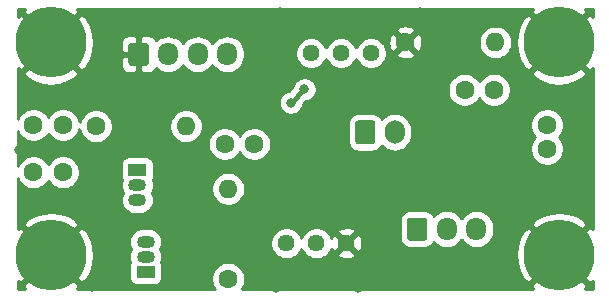
<source format=gbr>
G04 #@! TF.GenerationSoftware,KiCad,Pcbnew,(5.1.5)-3*
G04 #@! TF.CreationDate,2020-07-01T02:10:36+02:00*
G04 #@! TF.ProjectId,GermaniumFuzz,4765726d-616e-4697-956d-46757a7a2e6b,rev?*
G04 #@! TF.SameCoordinates,Original*
G04 #@! TF.FileFunction,Copper,L2,Bot*
G04 #@! TF.FilePolarity,Positive*
%FSLAX46Y46*%
G04 Gerber Fmt 4.6, Leading zero omitted, Abs format (unit mm)*
G04 Created by KiCad (PCBNEW (5.1.5)-3) date 2020-07-01 02:10:36*
%MOMM*%
%LPD*%
G04 APERTURE LIST*
%ADD10O,1.600000X1.600000*%
%ADD11C,1.600000*%
%ADD12O,1.700000X2.000000*%
%ADD13C,0.100000*%
%ADD14O,1.700000X1.950000*%
%ADD15C,0.800000*%
%ADD16C,6.000000*%
%ADD17C,1.440000*%
%ADD18R,1.500000X1.050000*%
%ADD19O,1.500000X1.050000*%
%ADD20C,0.381000*%
%ADD21C,0.254000*%
G04 APERTURE END LIST*
D10*
X92420000Y-113100000D03*
D11*
X84800000Y-113100000D03*
D12*
X110100000Y-113600000D03*
G04 #@! TA.AperFunction,ComponentPad*
D13*
G36*
X108224504Y-112601204D02*
G01*
X108248773Y-112604804D01*
X108272571Y-112610765D01*
X108295671Y-112619030D01*
X108317849Y-112629520D01*
X108338893Y-112642133D01*
X108358598Y-112656747D01*
X108376777Y-112673223D01*
X108393253Y-112691402D01*
X108407867Y-112711107D01*
X108420480Y-112732151D01*
X108430970Y-112754329D01*
X108439235Y-112777429D01*
X108445196Y-112801227D01*
X108448796Y-112825496D01*
X108450000Y-112850000D01*
X108450000Y-114350000D01*
X108448796Y-114374504D01*
X108445196Y-114398773D01*
X108439235Y-114422571D01*
X108430970Y-114445671D01*
X108420480Y-114467849D01*
X108407867Y-114488893D01*
X108393253Y-114508598D01*
X108376777Y-114526777D01*
X108358598Y-114543253D01*
X108338893Y-114557867D01*
X108317849Y-114570480D01*
X108295671Y-114580970D01*
X108272571Y-114589235D01*
X108248773Y-114595196D01*
X108224504Y-114598796D01*
X108200000Y-114600000D01*
X107000000Y-114600000D01*
X106975496Y-114598796D01*
X106951227Y-114595196D01*
X106927429Y-114589235D01*
X106904329Y-114580970D01*
X106882151Y-114570480D01*
X106861107Y-114557867D01*
X106841402Y-114543253D01*
X106823223Y-114526777D01*
X106806747Y-114508598D01*
X106792133Y-114488893D01*
X106779520Y-114467849D01*
X106769030Y-114445671D01*
X106760765Y-114422571D01*
X106754804Y-114398773D01*
X106751204Y-114374504D01*
X106750000Y-114350000D01*
X106750000Y-112850000D01*
X106751204Y-112825496D01*
X106754804Y-112801227D01*
X106760765Y-112777429D01*
X106769030Y-112754329D01*
X106779520Y-112732151D01*
X106792133Y-112711107D01*
X106806747Y-112691402D01*
X106823223Y-112673223D01*
X106841402Y-112656747D01*
X106861107Y-112642133D01*
X106882151Y-112629520D01*
X106904329Y-112619030D01*
X106927429Y-112610765D01*
X106951227Y-112604804D01*
X106975496Y-112601204D01*
X107000000Y-112600000D01*
X108200000Y-112600000D01*
X108224504Y-112601204D01*
G37*
G04 #@! TD.AperFunction*
D14*
X95900000Y-107000000D03*
X93400000Y-107000000D03*
X90900000Y-107000000D03*
G04 #@! TA.AperFunction,ComponentPad*
D13*
G36*
X89024504Y-106026204D02*
G01*
X89048773Y-106029804D01*
X89072571Y-106035765D01*
X89095671Y-106044030D01*
X89117849Y-106054520D01*
X89138893Y-106067133D01*
X89158598Y-106081747D01*
X89176777Y-106098223D01*
X89193253Y-106116402D01*
X89207867Y-106136107D01*
X89220480Y-106157151D01*
X89230970Y-106179329D01*
X89239235Y-106202429D01*
X89245196Y-106226227D01*
X89248796Y-106250496D01*
X89250000Y-106275000D01*
X89250000Y-107725000D01*
X89248796Y-107749504D01*
X89245196Y-107773773D01*
X89239235Y-107797571D01*
X89230970Y-107820671D01*
X89220480Y-107842849D01*
X89207867Y-107863893D01*
X89193253Y-107883598D01*
X89176777Y-107901777D01*
X89158598Y-107918253D01*
X89138893Y-107932867D01*
X89117849Y-107945480D01*
X89095671Y-107955970D01*
X89072571Y-107964235D01*
X89048773Y-107970196D01*
X89024504Y-107973796D01*
X89000000Y-107975000D01*
X87800000Y-107975000D01*
X87775496Y-107973796D01*
X87751227Y-107970196D01*
X87727429Y-107964235D01*
X87704329Y-107955970D01*
X87682151Y-107945480D01*
X87661107Y-107932867D01*
X87641402Y-107918253D01*
X87623223Y-107901777D01*
X87606747Y-107883598D01*
X87592133Y-107863893D01*
X87579520Y-107842849D01*
X87569030Y-107820671D01*
X87560765Y-107797571D01*
X87554804Y-107773773D01*
X87551204Y-107749504D01*
X87550000Y-107725000D01*
X87550000Y-106275000D01*
X87551204Y-106250496D01*
X87554804Y-106226227D01*
X87560765Y-106202429D01*
X87569030Y-106179329D01*
X87579520Y-106157151D01*
X87592133Y-106136107D01*
X87606747Y-106116402D01*
X87623223Y-106098223D01*
X87641402Y-106081747D01*
X87661107Y-106067133D01*
X87682151Y-106054520D01*
X87704329Y-106044030D01*
X87727429Y-106035765D01*
X87751227Y-106029804D01*
X87775496Y-106026204D01*
X87800000Y-106025000D01*
X89000000Y-106025000D01*
X89024504Y-106026204D01*
G37*
G04 #@! TD.AperFunction*
D15*
X125590990Y-122409010D03*
X124000000Y-121750000D03*
X122409010Y-122409010D03*
X121750000Y-124000000D03*
X122409010Y-125590990D03*
X124000000Y-126250000D03*
X125590990Y-125590990D03*
X126250000Y-124000000D03*
D16*
X124000000Y-124000000D03*
D15*
X125590990Y-104409010D03*
X124000000Y-103750000D03*
X122409010Y-104409010D03*
X121750000Y-106000000D03*
X122409010Y-107590990D03*
X124000000Y-108250000D03*
X125590990Y-107590990D03*
X126250000Y-106000000D03*
D16*
X124000000Y-106000000D03*
D15*
X82590990Y-104409010D03*
X81000000Y-103750000D03*
X79409010Y-104409010D03*
X78750000Y-106000000D03*
X79409010Y-107590990D03*
X81000000Y-108250000D03*
X82590990Y-107590990D03*
X83250000Y-106000000D03*
D16*
X81000000Y-106000000D03*
D15*
X82590990Y-122409010D03*
X81000000Y-121750000D03*
X79409010Y-122409010D03*
X78750000Y-124000000D03*
X79409010Y-125590990D03*
X81000000Y-126250000D03*
X82590990Y-125590990D03*
X83250000Y-124000000D03*
D16*
X81000000Y-124000000D03*
D11*
X123000000Y-113000000D03*
X123000000Y-115000000D03*
D10*
X118620000Y-106000000D03*
D11*
X111000000Y-106000000D03*
D17*
X103000000Y-106900000D03*
X105540000Y-106900000D03*
X108080000Y-106900000D03*
X106000000Y-123000000D03*
X103460000Y-123000000D03*
X100920000Y-123000000D03*
D11*
X95700000Y-114600000D03*
X98200000Y-114600000D03*
X82000000Y-117000000D03*
X79500000Y-117000000D03*
D10*
X96000000Y-118380000D03*
D11*
X96000000Y-126000000D03*
D18*
X89000000Y-125400000D03*
D19*
X89000000Y-122860000D03*
X89000000Y-124130000D03*
D18*
X88300000Y-116800000D03*
D19*
X88300000Y-119340000D03*
X88300000Y-118070000D03*
D14*
X117000000Y-121800000D03*
X114500000Y-121800000D03*
G04 #@! TA.AperFunction,ComponentPad*
D13*
G36*
X112624504Y-120826204D02*
G01*
X112648773Y-120829804D01*
X112672571Y-120835765D01*
X112695671Y-120844030D01*
X112717849Y-120854520D01*
X112738893Y-120867133D01*
X112758598Y-120881747D01*
X112776777Y-120898223D01*
X112793253Y-120916402D01*
X112807867Y-120936107D01*
X112820480Y-120957151D01*
X112830970Y-120979329D01*
X112839235Y-121002429D01*
X112845196Y-121026227D01*
X112848796Y-121050496D01*
X112850000Y-121075000D01*
X112850000Y-122525000D01*
X112848796Y-122549504D01*
X112845196Y-122573773D01*
X112839235Y-122597571D01*
X112830970Y-122620671D01*
X112820480Y-122642849D01*
X112807867Y-122663893D01*
X112793253Y-122683598D01*
X112776777Y-122701777D01*
X112758598Y-122718253D01*
X112738893Y-122732867D01*
X112717849Y-122745480D01*
X112695671Y-122755970D01*
X112672571Y-122764235D01*
X112648773Y-122770196D01*
X112624504Y-122773796D01*
X112600000Y-122775000D01*
X111400000Y-122775000D01*
X111375496Y-122773796D01*
X111351227Y-122770196D01*
X111327429Y-122764235D01*
X111304329Y-122755970D01*
X111282151Y-122745480D01*
X111261107Y-122732867D01*
X111241402Y-122718253D01*
X111223223Y-122701777D01*
X111206747Y-122683598D01*
X111192133Y-122663893D01*
X111179520Y-122642849D01*
X111169030Y-122620671D01*
X111160765Y-122597571D01*
X111154804Y-122573773D01*
X111151204Y-122549504D01*
X111150000Y-122525000D01*
X111150000Y-121075000D01*
X111151204Y-121050496D01*
X111154804Y-121026227D01*
X111160765Y-121002429D01*
X111169030Y-120979329D01*
X111179520Y-120957151D01*
X111192133Y-120936107D01*
X111206747Y-120916402D01*
X111223223Y-120898223D01*
X111241402Y-120881747D01*
X111261107Y-120867133D01*
X111282151Y-120854520D01*
X111304329Y-120844030D01*
X111327429Y-120835765D01*
X111351227Y-120829804D01*
X111375496Y-120826204D01*
X111400000Y-120825000D01*
X112600000Y-120825000D01*
X112624504Y-120826204D01*
G37*
G04 #@! TD.AperFunction*
D11*
X116000000Y-110000000D03*
X118500000Y-110000000D03*
X79500000Y-113000000D03*
X82000000Y-113000000D03*
D15*
X91500000Y-119200000D03*
X100900000Y-117000000D03*
X121500000Y-118500000D03*
X126400000Y-118400000D03*
X126400000Y-111500000D03*
X119300000Y-103500000D03*
X112200000Y-103400000D03*
X105700000Y-103500000D03*
X100400000Y-103400000D03*
X84700000Y-103600000D03*
X78300000Y-115100000D03*
X84500000Y-126700000D03*
X92700000Y-126600000D03*
X100000000Y-126800000D03*
X107000000Y-126800000D03*
X120500000Y-126400000D03*
X115000000Y-118000000D03*
X114200000Y-111600000D03*
X112400000Y-109300000D03*
X105900000Y-119400000D03*
X101200000Y-119500000D03*
X84600000Y-119600000D03*
X84300000Y-111500000D03*
X120500000Y-111400000D03*
X100300000Y-109200000D03*
X106900000Y-105700000D03*
X102500000Y-114500000D03*
X93300000Y-115900000D03*
X98800000Y-119800000D03*
X101300000Y-111100000D03*
X102451006Y-109963112D03*
D20*
X102436888Y-109963112D02*
X102451006Y-109963112D01*
X101300000Y-111100000D02*
X102436888Y-109963112D01*
D21*
G36*
X78620919Y-103441314D02*
G01*
X81000000Y-105820395D01*
X83379081Y-103441314D01*
X83177509Y-103160000D01*
X121822491Y-103160000D01*
X121620919Y-103441314D01*
X124000000Y-105820395D01*
X126379081Y-103441314D01*
X126177509Y-103160000D01*
X126840000Y-103160000D01*
X126840000Y-103822491D01*
X126558686Y-103620919D01*
X124179605Y-106000000D01*
X126558686Y-108379081D01*
X126840000Y-108177509D01*
X126840001Y-121822492D01*
X126558686Y-121620919D01*
X124179605Y-124000000D01*
X126558686Y-126379081D01*
X126840001Y-126177508D01*
X126840001Y-126840000D01*
X126177509Y-126840000D01*
X126379081Y-126558686D01*
X124000000Y-124179605D01*
X121620919Y-126558686D01*
X121822491Y-126840000D01*
X97164589Y-126840000D01*
X97271680Y-126679727D01*
X97379853Y-126418574D01*
X97435000Y-126141335D01*
X97435000Y-125858665D01*
X97379853Y-125581426D01*
X97271680Y-125320273D01*
X97114637Y-125085241D01*
X96914759Y-124885363D01*
X96679727Y-124728320D01*
X96418574Y-124620147D01*
X96141335Y-124565000D01*
X95858665Y-124565000D01*
X95581426Y-124620147D01*
X95320273Y-124728320D01*
X95085241Y-124885363D01*
X94885363Y-125085241D01*
X94728320Y-125320273D01*
X94620147Y-125581426D01*
X94565000Y-125858665D01*
X94565000Y-126141335D01*
X94620147Y-126418574D01*
X94728320Y-126679727D01*
X94835411Y-126840000D01*
X83177509Y-126840000D01*
X83379081Y-126558686D01*
X81000000Y-124179605D01*
X78620919Y-126558686D01*
X78822491Y-126840000D01*
X78160000Y-126840000D01*
X78160000Y-126177509D01*
X78441314Y-126379081D01*
X80820395Y-124000000D01*
X81179605Y-124000000D01*
X83558686Y-126379081D01*
X84027868Y-126042894D01*
X84368237Y-125412932D01*
X84579166Y-124728673D01*
X84652550Y-124016411D01*
X84585569Y-123303518D01*
X84453203Y-122860000D01*
X87609388Y-122860000D01*
X87631785Y-123087400D01*
X87698115Y-123306060D01*
X87799105Y-123495000D01*
X87698115Y-123683940D01*
X87631785Y-123902600D01*
X87609388Y-124130000D01*
X87631785Y-124357400D01*
X87695093Y-124566098D01*
X87660498Y-124630820D01*
X87624188Y-124750518D01*
X87611928Y-124875000D01*
X87611928Y-125925000D01*
X87624188Y-126049482D01*
X87660498Y-126169180D01*
X87719463Y-126279494D01*
X87798815Y-126376185D01*
X87895506Y-126455537D01*
X88005820Y-126514502D01*
X88125518Y-126550812D01*
X88250000Y-126563072D01*
X89750000Y-126563072D01*
X89874482Y-126550812D01*
X89994180Y-126514502D01*
X90104494Y-126455537D01*
X90201185Y-126376185D01*
X90280537Y-126279494D01*
X90339502Y-126169180D01*
X90375812Y-126049482D01*
X90388072Y-125925000D01*
X90388072Y-124875000D01*
X90375812Y-124750518D01*
X90339502Y-124630820D01*
X90304907Y-124566098D01*
X90368215Y-124357400D01*
X90390612Y-124130000D01*
X90368215Y-123902600D01*
X90301885Y-123683940D01*
X90200895Y-123495000D01*
X90301885Y-123306060D01*
X90368215Y-123087400D01*
X90389967Y-122866544D01*
X99565000Y-122866544D01*
X99565000Y-123133456D01*
X99617072Y-123395239D01*
X99719215Y-123641833D01*
X99867503Y-123863762D01*
X100056238Y-124052497D01*
X100278167Y-124200785D01*
X100524761Y-124302928D01*
X100786544Y-124355000D01*
X101053456Y-124355000D01*
X101315239Y-124302928D01*
X101561833Y-124200785D01*
X101783762Y-124052497D01*
X101972497Y-123863762D01*
X102120785Y-123641833D01*
X102190000Y-123474734D01*
X102259215Y-123641833D01*
X102407503Y-123863762D01*
X102596238Y-124052497D01*
X102818167Y-124200785D01*
X103064761Y-124302928D01*
X103326544Y-124355000D01*
X103593456Y-124355000D01*
X103855239Y-124302928D01*
X104101833Y-124200785D01*
X104323762Y-124052497D01*
X104440699Y-123935560D01*
X105244045Y-123935560D01*
X105305932Y-124171368D01*
X105547790Y-124284266D01*
X105807027Y-124347811D01*
X106073680Y-124359561D01*
X106337501Y-124319063D01*
X106588353Y-124227875D01*
X106694068Y-124171368D01*
X106743349Y-123983589D01*
X120347450Y-123983589D01*
X120414431Y-124696482D01*
X120619204Y-125382609D01*
X120953898Y-126015603D01*
X120972132Y-126042894D01*
X121441314Y-126379081D01*
X123820395Y-124000000D01*
X121441314Y-121620919D01*
X120972132Y-121957106D01*
X120631763Y-122587068D01*
X120420834Y-123271327D01*
X120347450Y-123983589D01*
X106743349Y-123983589D01*
X106755955Y-123935560D01*
X106000000Y-123179605D01*
X105244045Y-123935560D01*
X104440699Y-123935560D01*
X104512497Y-123863762D01*
X104660785Y-123641833D01*
X104730438Y-123473676D01*
X104772125Y-123588353D01*
X104828632Y-123694068D01*
X105064440Y-123755955D01*
X105820395Y-123000000D01*
X106179605Y-123000000D01*
X106935560Y-123755955D01*
X107171368Y-123694068D01*
X107284266Y-123452210D01*
X107347811Y-123192973D01*
X107359561Y-122926320D01*
X107319063Y-122662499D01*
X107227875Y-122411647D01*
X107171368Y-122305932D01*
X106935560Y-122244045D01*
X106179605Y-123000000D01*
X105820395Y-123000000D01*
X105064440Y-122244045D01*
X104828632Y-122305932D01*
X104728236Y-122521007D01*
X104660785Y-122358167D01*
X104512497Y-122136238D01*
X104440699Y-122064440D01*
X105244045Y-122064440D01*
X106000000Y-122820395D01*
X106755955Y-122064440D01*
X106694068Y-121828632D01*
X106452210Y-121715734D01*
X106192973Y-121652189D01*
X105926320Y-121640439D01*
X105662499Y-121680937D01*
X105411647Y-121772125D01*
X105305932Y-121828632D01*
X105244045Y-122064440D01*
X104440699Y-122064440D01*
X104323762Y-121947503D01*
X104101833Y-121799215D01*
X103855239Y-121697072D01*
X103593456Y-121645000D01*
X103326544Y-121645000D01*
X103064761Y-121697072D01*
X102818167Y-121799215D01*
X102596238Y-121947503D01*
X102407503Y-122136238D01*
X102259215Y-122358167D01*
X102190000Y-122525266D01*
X102120785Y-122358167D01*
X101972497Y-122136238D01*
X101783762Y-121947503D01*
X101561833Y-121799215D01*
X101315239Y-121697072D01*
X101053456Y-121645000D01*
X100786544Y-121645000D01*
X100524761Y-121697072D01*
X100278167Y-121799215D01*
X100056238Y-121947503D01*
X99867503Y-122136238D01*
X99719215Y-122358167D01*
X99617072Y-122604761D01*
X99565000Y-122866544D01*
X90389967Y-122866544D01*
X90390612Y-122860000D01*
X90368215Y-122632600D01*
X90301885Y-122413940D01*
X90194171Y-122212421D01*
X90049212Y-122035788D01*
X89872579Y-121890829D01*
X89671060Y-121783115D01*
X89452400Y-121716785D01*
X89281979Y-121700000D01*
X88718021Y-121700000D01*
X88547600Y-121716785D01*
X88328940Y-121783115D01*
X88127421Y-121890829D01*
X87950788Y-122035788D01*
X87805829Y-122212421D01*
X87698115Y-122413940D01*
X87631785Y-122632600D01*
X87609388Y-122860000D01*
X84453203Y-122860000D01*
X84380796Y-122617391D01*
X84046102Y-121984397D01*
X84027868Y-121957106D01*
X83558686Y-121620919D01*
X81179605Y-124000000D01*
X80820395Y-124000000D01*
X78441314Y-121620919D01*
X78160000Y-121822491D01*
X78160000Y-121441314D01*
X78620919Y-121441314D01*
X81000000Y-123820395D01*
X83379081Y-121441314D01*
X83116603Y-121075000D01*
X110511928Y-121075000D01*
X110511928Y-122525000D01*
X110528992Y-122698254D01*
X110579528Y-122864850D01*
X110661595Y-123018386D01*
X110772038Y-123152962D01*
X110906614Y-123263405D01*
X111060150Y-123345472D01*
X111226746Y-123396008D01*
X111400000Y-123413072D01*
X112600000Y-123413072D01*
X112773254Y-123396008D01*
X112939850Y-123345472D01*
X113093386Y-123263405D01*
X113227962Y-123152962D01*
X113338405Y-123018386D01*
X113392777Y-122916663D01*
X113444866Y-122980134D01*
X113670987Y-123165706D01*
X113928967Y-123303599D01*
X114208890Y-123388513D01*
X114500000Y-123417185D01*
X114791111Y-123388513D01*
X115071034Y-123303599D01*
X115329014Y-123165706D01*
X115555134Y-122980134D01*
X115740706Y-122754014D01*
X115750000Y-122736626D01*
X115759294Y-122754014D01*
X115944866Y-122980134D01*
X116170987Y-123165706D01*
X116428967Y-123303599D01*
X116708890Y-123388513D01*
X117000000Y-123417185D01*
X117291111Y-123388513D01*
X117571034Y-123303599D01*
X117829014Y-123165706D01*
X118055134Y-122980134D01*
X118240706Y-122754014D01*
X118378599Y-122496033D01*
X118463513Y-122216110D01*
X118485000Y-121997949D01*
X118485000Y-121602050D01*
X118469169Y-121441314D01*
X121620919Y-121441314D01*
X124000000Y-123820395D01*
X126379081Y-121441314D01*
X126042894Y-120972132D01*
X125412932Y-120631763D01*
X124728673Y-120420834D01*
X124016411Y-120347450D01*
X123303518Y-120414431D01*
X122617391Y-120619204D01*
X121984397Y-120953898D01*
X121957106Y-120972132D01*
X121620919Y-121441314D01*
X118469169Y-121441314D01*
X118463513Y-121383889D01*
X118378599Y-121103966D01*
X118240706Y-120845986D01*
X118055134Y-120619866D01*
X117829013Y-120434294D01*
X117571033Y-120296401D01*
X117291110Y-120211487D01*
X117000000Y-120182815D01*
X116708889Y-120211487D01*
X116428966Y-120296401D01*
X116170986Y-120434294D01*
X115944866Y-120619866D01*
X115759294Y-120845987D01*
X115750000Y-120863374D01*
X115740706Y-120845986D01*
X115555134Y-120619866D01*
X115329013Y-120434294D01*
X115071033Y-120296401D01*
X114791110Y-120211487D01*
X114500000Y-120182815D01*
X114208889Y-120211487D01*
X113928966Y-120296401D01*
X113670986Y-120434294D01*
X113444866Y-120619866D01*
X113392777Y-120683337D01*
X113338405Y-120581614D01*
X113227962Y-120447038D01*
X113093386Y-120336595D01*
X112939850Y-120254528D01*
X112773254Y-120203992D01*
X112600000Y-120186928D01*
X111400000Y-120186928D01*
X111226746Y-120203992D01*
X111060150Y-120254528D01*
X110906614Y-120336595D01*
X110772038Y-120447038D01*
X110661595Y-120581614D01*
X110579528Y-120735150D01*
X110528992Y-120901746D01*
X110511928Y-121075000D01*
X83116603Y-121075000D01*
X83042894Y-120972132D01*
X82412932Y-120631763D01*
X81728673Y-120420834D01*
X81016411Y-120347450D01*
X80303518Y-120414431D01*
X79617391Y-120619204D01*
X78984397Y-120953898D01*
X78957106Y-120972132D01*
X78620919Y-121441314D01*
X78160000Y-121441314D01*
X78160000Y-117514788D01*
X78228320Y-117679727D01*
X78385363Y-117914759D01*
X78585241Y-118114637D01*
X78820273Y-118271680D01*
X79081426Y-118379853D01*
X79358665Y-118435000D01*
X79641335Y-118435000D01*
X79918574Y-118379853D01*
X80179727Y-118271680D01*
X80414759Y-118114637D01*
X80614637Y-117914759D01*
X80750000Y-117712173D01*
X80885363Y-117914759D01*
X81085241Y-118114637D01*
X81320273Y-118271680D01*
X81581426Y-118379853D01*
X81858665Y-118435000D01*
X82141335Y-118435000D01*
X82418574Y-118379853D01*
X82679727Y-118271680D01*
X82914759Y-118114637D01*
X82959396Y-118070000D01*
X86909388Y-118070000D01*
X86931785Y-118297400D01*
X86998115Y-118516060D01*
X87099105Y-118705000D01*
X86998115Y-118893940D01*
X86931785Y-119112600D01*
X86909388Y-119340000D01*
X86931785Y-119567400D01*
X86998115Y-119786060D01*
X87105829Y-119987579D01*
X87250788Y-120164212D01*
X87427421Y-120309171D01*
X87628940Y-120416885D01*
X87847600Y-120483215D01*
X88018021Y-120500000D01*
X88581979Y-120500000D01*
X88752400Y-120483215D01*
X88971060Y-120416885D01*
X89172579Y-120309171D01*
X89349212Y-120164212D01*
X89494171Y-119987579D01*
X89601885Y-119786060D01*
X89668215Y-119567400D01*
X89690612Y-119340000D01*
X89668215Y-119112600D01*
X89601885Y-118893940D01*
X89500895Y-118705000D01*
X89601885Y-118516060D01*
X89668215Y-118297400D01*
X89673999Y-118238665D01*
X94565000Y-118238665D01*
X94565000Y-118521335D01*
X94620147Y-118798574D01*
X94728320Y-119059727D01*
X94885363Y-119294759D01*
X95085241Y-119494637D01*
X95320273Y-119651680D01*
X95581426Y-119759853D01*
X95858665Y-119815000D01*
X96141335Y-119815000D01*
X96418574Y-119759853D01*
X96679727Y-119651680D01*
X96914759Y-119494637D01*
X97114637Y-119294759D01*
X97271680Y-119059727D01*
X97379853Y-118798574D01*
X97435000Y-118521335D01*
X97435000Y-118238665D01*
X97379853Y-117961426D01*
X97271680Y-117700273D01*
X97114637Y-117465241D01*
X96914759Y-117265363D01*
X96679727Y-117108320D01*
X96418574Y-117000147D01*
X96141335Y-116945000D01*
X95858665Y-116945000D01*
X95581426Y-117000147D01*
X95320273Y-117108320D01*
X95085241Y-117265363D01*
X94885363Y-117465241D01*
X94728320Y-117700273D01*
X94620147Y-117961426D01*
X94565000Y-118238665D01*
X89673999Y-118238665D01*
X89690612Y-118070000D01*
X89668215Y-117842600D01*
X89604907Y-117633902D01*
X89639502Y-117569180D01*
X89675812Y-117449482D01*
X89688072Y-117325000D01*
X89688072Y-116275000D01*
X89675812Y-116150518D01*
X89639502Y-116030820D01*
X89580537Y-115920506D01*
X89501185Y-115823815D01*
X89404494Y-115744463D01*
X89294180Y-115685498D01*
X89174482Y-115649188D01*
X89050000Y-115636928D01*
X87550000Y-115636928D01*
X87425518Y-115649188D01*
X87305820Y-115685498D01*
X87195506Y-115744463D01*
X87098815Y-115823815D01*
X87019463Y-115920506D01*
X86960498Y-116030820D01*
X86924188Y-116150518D01*
X86911928Y-116275000D01*
X86911928Y-117325000D01*
X86924188Y-117449482D01*
X86960498Y-117569180D01*
X86995093Y-117633902D01*
X86931785Y-117842600D01*
X86909388Y-118070000D01*
X82959396Y-118070000D01*
X83114637Y-117914759D01*
X83271680Y-117679727D01*
X83379853Y-117418574D01*
X83435000Y-117141335D01*
X83435000Y-116858665D01*
X83379853Y-116581426D01*
X83271680Y-116320273D01*
X83114637Y-116085241D01*
X82914759Y-115885363D01*
X82679727Y-115728320D01*
X82418574Y-115620147D01*
X82141335Y-115565000D01*
X81858665Y-115565000D01*
X81581426Y-115620147D01*
X81320273Y-115728320D01*
X81085241Y-115885363D01*
X80885363Y-116085241D01*
X80750000Y-116287827D01*
X80614637Y-116085241D01*
X80414759Y-115885363D01*
X80179727Y-115728320D01*
X79918574Y-115620147D01*
X79641335Y-115565000D01*
X79358665Y-115565000D01*
X79081426Y-115620147D01*
X78820273Y-115728320D01*
X78585241Y-115885363D01*
X78385363Y-116085241D01*
X78228320Y-116320273D01*
X78160000Y-116485212D01*
X78160000Y-113514788D01*
X78228320Y-113679727D01*
X78385363Y-113914759D01*
X78585241Y-114114637D01*
X78820273Y-114271680D01*
X79081426Y-114379853D01*
X79358665Y-114435000D01*
X79641335Y-114435000D01*
X79918574Y-114379853D01*
X80179727Y-114271680D01*
X80414759Y-114114637D01*
X80614637Y-113914759D01*
X80750000Y-113712173D01*
X80885363Y-113914759D01*
X81085241Y-114114637D01*
X81320273Y-114271680D01*
X81581426Y-114379853D01*
X81858665Y-114435000D01*
X82141335Y-114435000D01*
X82418574Y-114379853D01*
X82679727Y-114271680D01*
X82914759Y-114114637D01*
X83114637Y-113914759D01*
X83271680Y-113679727D01*
X83379853Y-113418574D01*
X83390054Y-113367290D01*
X83420147Y-113518574D01*
X83528320Y-113779727D01*
X83685363Y-114014759D01*
X83885241Y-114214637D01*
X84120273Y-114371680D01*
X84381426Y-114479853D01*
X84658665Y-114535000D01*
X84941335Y-114535000D01*
X85218574Y-114479853D01*
X85479727Y-114371680D01*
X85714759Y-114214637D01*
X85914637Y-114014759D01*
X86071680Y-113779727D01*
X86179853Y-113518574D01*
X86235000Y-113241335D01*
X86235000Y-112958665D01*
X90985000Y-112958665D01*
X90985000Y-113241335D01*
X91040147Y-113518574D01*
X91148320Y-113779727D01*
X91305363Y-114014759D01*
X91505241Y-114214637D01*
X91740273Y-114371680D01*
X92001426Y-114479853D01*
X92278665Y-114535000D01*
X92561335Y-114535000D01*
X92838574Y-114479853D01*
X92889726Y-114458665D01*
X94265000Y-114458665D01*
X94265000Y-114741335D01*
X94320147Y-115018574D01*
X94428320Y-115279727D01*
X94585363Y-115514759D01*
X94785241Y-115714637D01*
X95020273Y-115871680D01*
X95281426Y-115979853D01*
X95558665Y-116035000D01*
X95841335Y-116035000D01*
X96118574Y-115979853D01*
X96379727Y-115871680D01*
X96614759Y-115714637D01*
X96814637Y-115514759D01*
X96950000Y-115312173D01*
X97085363Y-115514759D01*
X97285241Y-115714637D01*
X97520273Y-115871680D01*
X97781426Y-115979853D01*
X98058665Y-116035000D01*
X98341335Y-116035000D01*
X98618574Y-115979853D01*
X98879727Y-115871680D01*
X99114759Y-115714637D01*
X99314637Y-115514759D01*
X99471680Y-115279727D01*
X99579853Y-115018574D01*
X99635000Y-114741335D01*
X99635000Y-114458665D01*
X99579853Y-114181426D01*
X99471680Y-113920273D01*
X99314637Y-113685241D01*
X99114759Y-113485363D01*
X98879727Y-113328320D01*
X98618574Y-113220147D01*
X98341335Y-113165000D01*
X98058665Y-113165000D01*
X97781426Y-113220147D01*
X97520273Y-113328320D01*
X97285241Y-113485363D01*
X97085363Y-113685241D01*
X96950000Y-113887827D01*
X96814637Y-113685241D01*
X96614759Y-113485363D01*
X96379727Y-113328320D01*
X96118574Y-113220147D01*
X95841335Y-113165000D01*
X95558665Y-113165000D01*
X95281426Y-113220147D01*
X95020273Y-113328320D01*
X94785241Y-113485363D01*
X94585363Y-113685241D01*
X94428320Y-113920273D01*
X94320147Y-114181426D01*
X94265000Y-114458665D01*
X92889726Y-114458665D01*
X93099727Y-114371680D01*
X93334759Y-114214637D01*
X93534637Y-114014759D01*
X93691680Y-113779727D01*
X93799853Y-113518574D01*
X93855000Y-113241335D01*
X93855000Y-112958665D01*
X93833385Y-112850000D01*
X106111928Y-112850000D01*
X106111928Y-114350000D01*
X106128992Y-114523254D01*
X106179528Y-114689850D01*
X106261595Y-114843386D01*
X106372038Y-114977962D01*
X106506614Y-115088405D01*
X106660150Y-115170472D01*
X106826746Y-115221008D01*
X107000000Y-115238072D01*
X108200000Y-115238072D01*
X108373254Y-115221008D01*
X108539850Y-115170472D01*
X108693386Y-115088405D01*
X108827962Y-114977962D01*
X108938405Y-114843386D01*
X108992777Y-114741663D01*
X109044866Y-114805134D01*
X109270987Y-114990706D01*
X109528967Y-115128599D01*
X109808890Y-115213513D01*
X110100000Y-115242185D01*
X110391111Y-115213513D01*
X110671034Y-115128599D01*
X110929014Y-114990706D01*
X111155134Y-114805134D01*
X111340706Y-114579014D01*
X111478599Y-114321033D01*
X111563513Y-114041110D01*
X111585000Y-113822949D01*
X111585000Y-113377050D01*
X111563513Y-113158889D01*
X111478599Y-112878966D01*
X111467748Y-112858665D01*
X121565000Y-112858665D01*
X121565000Y-113141335D01*
X121620147Y-113418574D01*
X121728320Y-113679727D01*
X121885363Y-113914759D01*
X121970604Y-114000000D01*
X121885363Y-114085241D01*
X121728320Y-114320273D01*
X121620147Y-114581426D01*
X121565000Y-114858665D01*
X121565000Y-115141335D01*
X121620147Y-115418574D01*
X121728320Y-115679727D01*
X121885363Y-115914759D01*
X122085241Y-116114637D01*
X122320273Y-116271680D01*
X122581426Y-116379853D01*
X122858665Y-116435000D01*
X123141335Y-116435000D01*
X123418574Y-116379853D01*
X123679727Y-116271680D01*
X123914759Y-116114637D01*
X124114637Y-115914759D01*
X124271680Y-115679727D01*
X124379853Y-115418574D01*
X124435000Y-115141335D01*
X124435000Y-114858665D01*
X124379853Y-114581426D01*
X124271680Y-114320273D01*
X124114637Y-114085241D01*
X124029396Y-114000000D01*
X124114637Y-113914759D01*
X124271680Y-113679727D01*
X124379853Y-113418574D01*
X124435000Y-113141335D01*
X124435000Y-112858665D01*
X124379853Y-112581426D01*
X124271680Y-112320273D01*
X124114637Y-112085241D01*
X123914759Y-111885363D01*
X123679727Y-111728320D01*
X123418574Y-111620147D01*
X123141335Y-111565000D01*
X122858665Y-111565000D01*
X122581426Y-111620147D01*
X122320273Y-111728320D01*
X122085241Y-111885363D01*
X121885363Y-112085241D01*
X121728320Y-112320273D01*
X121620147Y-112581426D01*
X121565000Y-112858665D01*
X111467748Y-112858665D01*
X111340706Y-112620986D01*
X111155134Y-112394866D01*
X110929013Y-112209294D01*
X110671033Y-112071401D01*
X110391110Y-111986487D01*
X110100000Y-111957815D01*
X109808889Y-111986487D01*
X109528966Y-112071401D01*
X109270986Y-112209294D01*
X109044866Y-112394866D01*
X108992777Y-112458337D01*
X108938405Y-112356614D01*
X108827962Y-112222038D01*
X108693386Y-112111595D01*
X108539850Y-112029528D01*
X108373254Y-111978992D01*
X108200000Y-111961928D01*
X107000000Y-111961928D01*
X106826746Y-111978992D01*
X106660150Y-112029528D01*
X106506614Y-112111595D01*
X106372038Y-112222038D01*
X106261595Y-112356614D01*
X106179528Y-112510150D01*
X106128992Y-112676746D01*
X106111928Y-112850000D01*
X93833385Y-112850000D01*
X93799853Y-112681426D01*
X93691680Y-112420273D01*
X93534637Y-112185241D01*
X93334759Y-111985363D01*
X93099727Y-111828320D01*
X92838574Y-111720147D01*
X92561335Y-111665000D01*
X92278665Y-111665000D01*
X92001426Y-111720147D01*
X91740273Y-111828320D01*
X91505241Y-111985363D01*
X91305363Y-112185241D01*
X91148320Y-112420273D01*
X91040147Y-112681426D01*
X90985000Y-112958665D01*
X86235000Y-112958665D01*
X86179853Y-112681426D01*
X86071680Y-112420273D01*
X85914637Y-112185241D01*
X85714759Y-111985363D01*
X85479727Y-111828320D01*
X85218574Y-111720147D01*
X84941335Y-111665000D01*
X84658665Y-111665000D01*
X84381426Y-111720147D01*
X84120273Y-111828320D01*
X83885241Y-111985363D01*
X83685363Y-112185241D01*
X83528320Y-112420273D01*
X83420147Y-112681426D01*
X83409946Y-112732710D01*
X83379853Y-112581426D01*
X83271680Y-112320273D01*
X83114637Y-112085241D01*
X82914759Y-111885363D01*
X82679727Y-111728320D01*
X82418574Y-111620147D01*
X82141335Y-111565000D01*
X81858665Y-111565000D01*
X81581426Y-111620147D01*
X81320273Y-111728320D01*
X81085241Y-111885363D01*
X80885363Y-112085241D01*
X80750000Y-112287827D01*
X80614637Y-112085241D01*
X80414759Y-111885363D01*
X80179727Y-111728320D01*
X79918574Y-111620147D01*
X79641335Y-111565000D01*
X79358665Y-111565000D01*
X79081426Y-111620147D01*
X78820273Y-111728320D01*
X78585241Y-111885363D01*
X78385363Y-112085241D01*
X78228320Y-112320273D01*
X78160000Y-112485212D01*
X78160000Y-110998061D01*
X100265000Y-110998061D01*
X100265000Y-111201939D01*
X100304774Y-111401898D01*
X100382795Y-111590256D01*
X100496063Y-111759774D01*
X100640226Y-111903937D01*
X100809744Y-112017205D01*
X100998102Y-112095226D01*
X101198061Y-112135000D01*
X101401939Y-112135000D01*
X101601898Y-112095226D01*
X101790256Y-112017205D01*
X101959774Y-111903937D01*
X102103937Y-111759774D01*
X102217205Y-111590256D01*
X102295226Y-111401898D01*
X102327428Y-111240004D01*
X102573387Y-110994046D01*
X102752904Y-110958338D01*
X102941262Y-110880317D01*
X103110780Y-110767049D01*
X103254943Y-110622886D01*
X103368211Y-110453368D01*
X103446232Y-110265010D01*
X103486006Y-110065051D01*
X103486006Y-109861173D01*
X103485508Y-109858665D01*
X114565000Y-109858665D01*
X114565000Y-110141335D01*
X114620147Y-110418574D01*
X114728320Y-110679727D01*
X114885363Y-110914759D01*
X115085241Y-111114637D01*
X115320273Y-111271680D01*
X115581426Y-111379853D01*
X115858665Y-111435000D01*
X116141335Y-111435000D01*
X116418574Y-111379853D01*
X116679727Y-111271680D01*
X116914759Y-111114637D01*
X117114637Y-110914759D01*
X117250000Y-110712173D01*
X117385363Y-110914759D01*
X117585241Y-111114637D01*
X117820273Y-111271680D01*
X118081426Y-111379853D01*
X118358665Y-111435000D01*
X118641335Y-111435000D01*
X118918574Y-111379853D01*
X119179727Y-111271680D01*
X119414759Y-111114637D01*
X119614637Y-110914759D01*
X119771680Y-110679727D01*
X119879853Y-110418574D01*
X119935000Y-110141335D01*
X119935000Y-109858665D01*
X119879853Y-109581426D01*
X119771680Y-109320273D01*
X119614637Y-109085241D01*
X119414759Y-108885363D01*
X119179727Y-108728320D01*
X118918574Y-108620147D01*
X118641335Y-108565000D01*
X118358665Y-108565000D01*
X118081426Y-108620147D01*
X117820273Y-108728320D01*
X117585241Y-108885363D01*
X117385363Y-109085241D01*
X117250000Y-109287827D01*
X117114637Y-109085241D01*
X116914759Y-108885363D01*
X116679727Y-108728320D01*
X116418574Y-108620147D01*
X116141335Y-108565000D01*
X115858665Y-108565000D01*
X115581426Y-108620147D01*
X115320273Y-108728320D01*
X115085241Y-108885363D01*
X114885363Y-109085241D01*
X114728320Y-109320273D01*
X114620147Y-109581426D01*
X114565000Y-109858665D01*
X103485508Y-109858665D01*
X103446232Y-109661214D01*
X103368211Y-109472856D01*
X103254943Y-109303338D01*
X103110780Y-109159175D01*
X102941262Y-109045907D01*
X102752904Y-108967886D01*
X102552945Y-108928112D01*
X102349067Y-108928112D01*
X102149108Y-108967886D01*
X101960750Y-109045907D01*
X101791232Y-109159175D01*
X101647069Y-109303338D01*
X101533801Y-109472856D01*
X101455780Y-109661214D01*
X101427083Y-109805484D01*
X101159996Y-110072572D01*
X100998102Y-110104774D01*
X100809744Y-110182795D01*
X100640226Y-110296063D01*
X100496063Y-110440226D01*
X100382795Y-110609744D01*
X100304774Y-110798102D01*
X100265000Y-110998061D01*
X78160000Y-110998061D01*
X78160000Y-108558686D01*
X78620919Y-108558686D01*
X78957106Y-109027868D01*
X79587068Y-109368237D01*
X80271327Y-109579166D01*
X80983589Y-109652550D01*
X81696482Y-109585569D01*
X82382609Y-109380796D01*
X83015603Y-109046102D01*
X83042894Y-109027868D01*
X83379081Y-108558686D01*
X81000000Y-106179605D01*
X78620919Y-108558686D01*
X78160000Y-108558686D01*
X78160000Y-108177509D01*
X78441314Y-108379081D01*
X80820395Y-106000000D01*
X81179605Y-106000000D01*
X83558686Y-108379081D01*
X84027868Y-108042894D01*
X84064551Y-107975000D01*
X86911928Y-107975000D01*
X86924188Y-108099482D01*
X86960498Y-108219180D01*
X87019463Y-108329494D01*
X87098815Y-108426185D01*
X87195506Y-108505537D01*
X87305820Y-108564502D01*
X87425518Y-108600812D01*
X87550000Y-108613072D01*
X88114250Y-108610000D01*
X88273000Y-108451250D01*
X88273000Y-107127000D01*
X87073750Y-107127000D01*
X86915000Y-107285750D01*
X86911928Y-107975000D01*
X84064551Y-107975000D01*
X84368237Y-107412932D01*
X84579166Y-106728673D01*
X84651665Y-106025000D01*
X86911928Y-106025000D01*
X86915000Y-106714250D01*
X87073750Y-106873000D01*
X88273000Y-106873000D01*
X88273000Y-105548750D01*
X88527000Y-105548750D01*
X88527000Y-106873000D01*
X88547000Y-106873000D01*
X88547000Y-107127000D01*
X88527000Y-107127000D01*
X88527000Y-108451250D01*
X88685750Y-108610000D01*
X89250000Y-108613072D01*
X89374482Y-108600812D01*
X89494180Y-108564502D01*
X89604494Y-108505537D01*
X89701185Y-108426185D01*
X89780537Y-108329494D01*
X89839502Y-108219180D01*
X89850055Y-108184392D01*
X90070987Y-108365706D01*
X90328967Y-108503599D01*
X90608890Y-108588513D01*
X90900000Y-108617185D01*
X91191111Y-108588513D01*
X91471034Y-108503599D01*
X91729014Y-108365706D01*
X91955134Y-108180134D01*
X92140706Y-107954014D01*
X92150000Y-107936626D01*
X92159294Y-107954014D01*
X92344866Y-108180134D01*
X92570987Y-108365706D01*
X92828967Y-108503599D01*
X93108890Y-108588513D01*
X93400000Y-108617185D01*
X93691111Y-108588513D01*
X93971034Y-108503599D01*
X94229014Y-108365706D01*
X94455134Y-108180134D01*
X94640706Y-107954014D01*
X94650000Y-107936626D01*
X94659294Y-107954014D01*
X94844866Y-108180134D01*
X95070987Y-108365706D01*
X95328967Y-108503599D01*
X95608890Y-108588513D01*
X95900000Y-108617185D01*
X96191111Y-108588513D01*
X96289437Y-108558686D01*
X121620919Y-108558686D01*
X121957106Y-109027868D01*
X122587068Y-109368237D01*
X123271327Y-109579166D01*
X123983589Y-109652550D01*
X124696482Y-109585569D01*
X125382609Y-109380796D01*
X126015603Y-109046102D01*
X126042894Y-109027868D01*
X126379081Y-108558686D01*
X124000000Y-106179605D01*
X121620919Y-108558686D01*
X96289437Y-108558686D01*
X96471034Y-108503599D01*
X96729014Y-108365706D01*
X96955134Y-108180134D01*
X97140706Y-107954014D01*
X97278599Y-107696033D01*
X97363513Y-107416110D01*
X97385000Y-107197949D01*
X97385000Y-106802050D01*
X97381503Y-106766544D01*
X101645000Y-106766544D01*
X101645000Y-107033456D01*
X101697072Y-107295239D01*
X101799215Y-107541833D01*
X101947503Y-107763762D01*
X102136238Y-107952497D01*
X102358167Y-108100785D01*
X102604761Y-108202928D01*
X102866544Y-108255000D01*
X103133456Y-108255000D01*
X103395239Y-108202928D01*
X103641833Y-108100785D01*
X103863762Y-107952497D01*
X104052497Y-107763762D01*
X104200785Y-107541833D01*
X104270000Y-107374734D01*
X104339215Y-107541833D01*
X104487503Y-107763762D01*
X104676238Y-107952497D01*
X104898167Y-108100785D01*
X105144761Y-108202928D01*
X105406544Y-108255000D01*
X105673456Y-108255000D01*
X105935239Y-108202928D01*
X106181833Y-108100785D01*
X106403762Y-107952497D01*
X106592497Y-107763762D01*
X106740785Y-107541833D01*
X106810000Y-107374734D01*
X106879215Y-107541833D01*
X107027503Y-107763762D01*
X107216238Y-107952497D01*
X107438167Y-108100785D01*
X107684761Y-108202928D01*
X107946544Y-108255000D01*
X108213456Y-108255000D01*
X108475239Y-108202928D01*
X108721833Y-108100785D01*
X108943762Y-107952497D01*
X109132497Y-107763762D01*
X109280785Y-107541833D01*
X109382928Y-107295239D01*
X109435000Y-107033456D01*
X109435000Y-106992702D01*
X110186903Y-106992702D01*
X110258486Y-107236671D01*
X110513996Y-107357571D01*
X110788184Y-107426300D01*
X111070512Y-107440217D01*
X111350130Y-107398787D01*
X111616292Y-107303603D01*
X111741514Y-107236671D01*
X111813097Y-106992702D01*
X111000000Y-106179605D01*
X110186903Y-106992702D01*
X109435000Y-106992702D01*
X109435000Y-106766544D01*
X109382928Y-106504761D01*
X109280785Y-106258167D01*
X109155399Y-106070512D01*
X109559783Y-106070512D01*
X109601213Y-106350130D01*
X109696397Y-106616292D01*
X109763329Y-106741514D01*
X110007298Y-106813097D01*
X110820395Y-106000000D01*
X111179605Y-106000000D01*
X111992702Y-106813097D01*
X112236671Y-106741514D01*
X112357571Y-106486004D01*
X112426300Y-106211816D01*
X112440217Y-105929488D01*
X112429724Y-105858665D01*
X117185000Y-105858665D01*
X117185000Y-106141335D01*
X117240147Y-106418574D01*
X117348320Y-106679727D01*
X117505363Y-106914759D01*
X117705241Y-107114637D01*
X117940273Y-107271680D01*
X118201426Y-107379853D01*
X118478665Y-107435000D01*
X118761335Y-107435000D01*
X119038574Y-107379853D01*
X119299727Y-107271680D01*
X119534759Y-107114637D01*
X119734637Y-106914759D01*
X119891680Y-106679727D01*
X119999853Y-106418574D01*
X120055000Y-106141335D01*
X120055000Y-105983589D01*
X120347450Y-105983589D01*
X120414431Y-106696482D01*
X120619204Y-107382609D01*
X120953898Y-108015603D01*
X120972132Y-108042894D01*
X121441314Y-108379081D01*
X123820395Y-106000000D01*
X121441314Y-103620919D01*
X120972132Y-103957106D01*
X120631763Y-104587068D01*
X120420834Y-105271327D01*
X120347450Y-105983589D01*
X120055000Y-105983589D01*
X120055000Y-105858665D01*
X119999853Y-105581426D01*
X119891680Y-105320273D01*
X119734637Y-105085241D01*
X119534759Y-104885363D01*
X119299727Y-104728320D01*
X119038574Y-104620147D01*
X118761335Y-104565000D01*
X118478665Y-104565000D01*
X118201426Y-104620147D01*
X117940273Y-104728320D01*
X117705241Y-104885363D01*
X117505363Y-105085241D01*
X117348320Y-105320273D01*
X117240147Y-105581426D01*
X117185000Y-105858665D01*
X112429724Y-105858665D01*
X112398787Y-105649870D01*
X112303603Y-105383708D01*
X112236671Y-105258486D01*
X111992702Y-105186903D01*
X111179605Y-106000000D01*
X110820395Y-106000000D01*
X110007298Y-105186903D01*
X109763329Y-105258486D01*
X109642429Y-105513996D01*
X109573700Y-105788184D01*
X109559783Y-106070512D01*
X109155399Y-106070512D01*
X109132497Y-106036238D01*
X108943762Y-105847503D01*
X108721833Y-105699215D01*
X108475239Y-105597072D01*
X108213456Y-105545000D01*
X107946544Y-105545000D01*
X107684761Y-105597072D01*
X107438167Y-105699215D01*
X107216238Y-105847503D01*
X107027503Y-106036238D01*
X106879215Y-106258167D01*
X106810000Y-106425266D01*
X106740785Y-106258167D01*
X106592497Y-106036238D01*
X106403762Y-105847503D01*
X106181833Y-105699215D01*
X105935239Y-105597072D01*
X105673456Y-105545000D01*
X105406544Y-105545000D01*
X105144761Y-105597072D01*
X104898167Y-105699215D01*
X104676238Y-105847503D01*
X104487503Y-106036238D01*
X104339215Y-106258167D01*
X104270000Y-106425266D01*
X104200785Y-106258167D01*
X104052497Y-106036238D01*
X103863762Y-105847503D01*
X103641833Y-105699215D01*
X103395239Y-105597072D01*
X103133456Y-105545000D01*
X102866544Y-105545000D01*
X102604761Y-105597072D01*
X102358167Y-105699215D01*
X102136238Y-105847503D01*
X101947503Y-106036238D01*
X101799215Y-106258167D01*
X101697072Y-106504761D01*
X101645000Y-106766544D01*
X97381503Y-106766544D01*
X97363513Y-106583889D01*
X97278599Y-106303966D01*
X97140706Y-106045986D01*
X96955134Y-105819866D01*
X96729013Y-105634294D01*
X96471033Y-105496401D01*
X96191110Y-105411487D01*
X95900000Y-105382815D01*
X95608889Y-105411487D01*
X95328966Y-105496401D01*
X95070986Y-105634294D01*
X94844866Y-105819866D01*
X94659294Y-106045987D01*
X94650000Y-106063374D01*
X94640706Y-106045986D01*
X94455134Y-105819866D01*
X94229013Y-105634294D01*
X93971033Y-105496401D01*
X93691110Y-105411487D01*
X93400000Y-105382815D01*
X93108889Y-105411487D01*
X92828966Y-105496401D01*
X92570986Y-105634294D01*
X92344866Y-105819866D01*
X92159294Y-106045987D01*
X92150000Y-106063374D01*
X92140706Y-106045986D01*
X91955134Y-105819866D01*
X91729013Y-105634294D01*
X91471033Y-105496401D01*
X91191110Y-105411487D01*
X90900000Y-105382815D01*
X90608889Y-105411487D01*
X90328966Y-105496401D01*
X90070986Y-105634294D01*
X89850055Y-105815608D01*
X89839502Y-105780820D01*
X89780537Y-105670506D01*
X89701185Y-105573815D01*
X89604494Y-105494463D01*
X89494180Y-105435498D01*
X89374482Y-105399188D01*
X89250000Y-105386928D01*
X88685750Y-105390000D01*
X88527000Y-105548750D01*
X88273000Y-105548750D01*
X88114250Y-105390000D01*
X87550000Y-105386928D01*
X87425518Y-105399188D01*
X87305820Y-105435498D01*
X87195506Y-105494463D01*
X87098815Y-105573815D01*
X87019463Y-105670506D01*
X86960498Y-105780820D01*
X86924188Y-105900518D01*
X86911928Y-106025000D01*
X84651665Y-106025000D01*
X84652550Y-106016411D01*
X84585569Y-105303518D01*
X84497163Y-105007298D01*
X110186903Y-105007298D01*
X111000000Y-105820395D01*
X111813097Y-105007298D01*
X111741514Y-104763329D01*
X111486004Y-104642429D01*
X111211816Y-104573700D01*
X110929488Y-104559783D01*
X110649870Y-104601213D01*
X110383708Y-104696397D01*
X110258486Y-104763329D01*
X110186903Y-105007298D01*
X84497163Y-105007298D01*
X84380796Y-104617391D01*
X84046102Y-103984397D01*
X84027868Y-103957106D01*
X83558686Y-103620919D01*
X81179605Y-106000000D01*
X80820395Y-106000000D01*
X78441314Y-103620919D01*
X78160000Y-103822491D01*
X78160000Y-103160000D01*
X78822491Y-103160000D01*
X78620919Y-103441314D01*
G37*
X78620919Y-103441314D02*
X81000000Y-105820395D01*
X83379081Y-103441314D01*
X83177509Y-103160000D01*
X121822491Y-103160000D01*
X121620919Y-103441314D01*
X124000000Y-105820395D01*
X126379081Y-103441314D01*
X126177509Y-103160000D01*
X126840000Y-103160000D01*
X126840000Y-103822491D01*
X126558686Y-103620919D01*
X124179605Y-106000000D01*
X126558686Y-108379081D01*
X126840000Y-108177509D01*
X126840001Y-121822492D01*
X126558686Y-121620919D01*
X124179605Y-124000000D01*
X126558686Y-126379081D01*
X126840001Y-126177508D01*
X126840001Y-126840000D01*
X126177509Y-126840000D01*
X126379081Y-126558686D01*
X124000000Y-124179605D01*
X121620919Y-126558686D01*
X121822491Y-126840000D01*
X97164589Y-126840000D01*
X97271680Y-126679727D01*
X97379853Y-126418574D01*
X97435000Y-126141335D01*
X97435000Y-125858665D01*
X97379853Y-125581426D01*
X97271680Y-125320273D01*
X97114637Y-125085241D01*
X96914759Y-124885363D01*
X96679727Y-124728320D01*
X96418574Y-124620147D01*
X96141335Y-124565000D01*
X95858665Y-124565000D01*
X95581426Y-124620147D01*
X95320273Y-124728320D01*
X95085241Y-124885363D01*
X94885363Y-125085241D01*
X94728320Y-125320273D01*
X94620147Y-125581426D01*
X94565000Y-125858665D01*
X94565000Y-126141335D01*
X94620147Y-126418574D01*
X94728320Y-126679727D01*
X94835411Y-126840000D01*
X83177509Y-126840000D01*
X83379081Y-126558686D01*
X81000000Y-124179605D01*
X78620919Y-126558686D01*
X78822491Y-126840000D01*
X78160000Y-126840000D01*
X78160000Y-126177509D01*
X78441314Y-126379081D01*
X80820395Y-124000000D01*
X81179605Y-124000000D01*
X83558686Y-126379081D01*
X84027868Y-126042894D01*
X84368237Y-125412932D01*
X84579166Y-124728673D01*
X84652550Y-124016411D01*
X84585569Y-123303518D01*
X84453203Y-122860000D01*
X87609388Y-122860000D01*
X87631785Y-123087400D01*
X87698115Y-123306060D01*
X87799105Y-123495000D01*
X87698115Y-123683940D01*
X87631785Y-123902600D01*
X87609388Y-124130000D01*
X87631785Y-124357400D01*
X87695093Y-124566098D01*
X87660498Y-124630820D01*
X87624188Y-124750518D01*
X87611928Y-124875000D01*
X87611928Y-125925000D01*
X87624188Y-126049482D01*
X87660498Y-126169180D01*
X87719463Y-126279494D01*
X87798815Y-126376185D01*
X87895506Y-126455537D01*
X88005820Y-126514502D01*
X88125518Y-126550812D01*
X88250000Y-126563072D01*
X89750000Y-126563072D01*
X89874482Y-126550812D01*
X89994180Y-126514502D01*
X90104494Y-126455537D01*
X90201185Y-126376185D01*
X90280537Y-126279494D01*
X90339502Y-126169180D01*
X90375812Y-126049482D01*
X90388072Y-125925000D01*
X90388072Y-124875000D01*
X90375812Y-124750518D01*
X90339502Y-124630820D01*
X90304907Y-124566098D01*
X90368215Y-124357400D01*
X90390612Y-124130000D01*
X90368215Y-123902600D01*
X90301885Y-123683940D01*
X90200895Y-123495000D01*
X90301885Y-123306060D01*
X90368215Y-123087400D01*
X90389967Y-122866544D01*
X99565000Y-122866544D01*
X99565000Y-123133456D01*
X99617072Y-123395239D01*
X99719215Y-123641833D01*
X99867503Y-123863762D01*
X100056238Y-124052497D01*
X100278167Y-124200785D01*
X100524761Y-124302928D01*
X100786544Y-124355000D01*
X101053456Y-124355000D01*
X101315239Y-124302928D01*
X101561833Y-124200785D01*
X101783762Y-124052497D01*
X101972497Y-123863762D01*
X102120785Y-123641833D01*
X102190000Y-123474734D01*
X102259215Y-123641833D01*
X102407503Y-123863762D01*
X102596238Y-124052497D01*
X102818167Y-124200785D01*
X103064761Y-124302928D01*
X103326544Y-124355000D01*
X103593456Y-124355000D01*
X103855239Y-124302928D01*
X104101833Y-124200785D01*
X104323762Y-124052497D01*
X104440699Y-123935560D01*
X105244045Y-123935560D01*
X105305932Y-124171368D01*
X105547790Y-124284266D01*
X105807027Y-124347811D01*
X106073680Y-124359561D01*
X106337501Y-124319063D01*
X106588353Y-124227875D01*
X106694068Y-124171368D01*
X106743349Y-123983589D01*
X120347450Y-123983589D01*
X120414431Y-124696482D01*
X120619204Y-125382609D01*
X120953898Y-126015603D01*
X120972132Y-126042894D01*
X121441314Y-126379081D01*
X123820395Y-124000000D01*
X121441314Y-121620919D01*
X120972132Y-121957106D01*
X120631763Y-122587068D01*
X120420834Y-123271327D01*
X120347450Y-123983589D01*
X106743349Y-123983589D01*
X106755955Y-123935560D01*
X106000000Y-123179605D01*
X105244045Y-123935560D01*
X104440699Y-123935560D01*
X104512497Y-123863762D01*
X104660785Y-123641833D01*
X104730438Y-123473676D01*
X104772125Y-123588353D01*
X104828632Y-123694068D01*
X105064440Y-123755955D01*
X105820395Y-123000000D01*
X106179605Y-123000000D01*
X106935560Y-123755955D01*
X107171368Y-123694068D01*
X107284266Y-123452210D01*
X107347811Y-123192973D01*
X107359561Y-122926320D01*
X107319063Y-122662499D01*
X107227875Y-122411647D01*
X107171368Y-122305932D01*
X106935560Y-122244045D01*
X106179605Y-123000000D01*
X105820395Y-123000000D01*
X105064440Y-122244045D01*
X104828632Y-122305932D01*
X104728236Y-122521007D01*
X104660785Y-122358167D01*
X104512497Y-122136238D01*
X104440699Y-122064440D01*
X105244045Y-122064440D01*
X106000000Y-122820395D01*
X106755955Y-122064440D01*
X106694068Y-121828632D01*
X106452210Y-121715734D01*
X106192973Y-121652189D01*
X105926320Y-121640439D01*
X105662499Y-121680937D01*
X105411647Y-121772125D01*
X105305932Y-121828632D01*
X105244045Y-122064440D01*
X104440699Y-122064440D01*
X104323762Y-121947503D01*
X104101833Y-121799215D01*
X103855239Y-121697072D01*
X103593456Y-121645000D01*
X103326544Y-121645000D01*
X103064761Y-121697072D01*
X102818167Y-121799215D01*
X102596238Y-121947503D01*
X102407503Y-122136238D01*
X102259215Y-122358167D01*
X102190000Y-122525266D01*
X102120785Y-122358167D01*
X101972497Y-122136238D01*
X101783762Y-121947503D01*
X101561833Y-121799215D01*
X101315239Y-121697072D01*
X101053456Y-121645000D01*
X100786544Y-121645000D01*
X100524761Y-121697072D01*
X100278167Y-121799215D01*
X100056238Y-121947503D01*
X99867503Y-122136238D01*
X99719215Y-122358167D01*
X99617072Y-122604761D01*
X99565000Y-122866544D01*
X90389967Y-122866544D01*
X90390612Y-122860000D01*
X90368215Y-122632600D01*
X90301885Y-122413940D01*
X90194171Y-122212421D01*
X90049212Y-122035788D01*
X89872579Y-121890829D01*
X89671060Y-121783115D01*
X89452400Y-121716785D01*
X89281979Y-121700000D01*
X88718021Y-121700000D01*
X88547600Y-121716785D01*
X88328940Y-121783115D01*
X88127421Y-121890829D01*
X87950788Y-122035788D01*
X87805829Y-122212421D01*
X87698115Y-122413940D01*
X87631785Y-122632600D01*
X87609388Y-122860000D01*
X84453203Y-122860000D01*
X84380796Y-122617391D01*
X84046102Y-121984397D01*
X84027868Y-121957106D01*
X83558686Y-121620919D01*
X81179605Y-124000000D01*
X80820395Y-124000000D01*
X78441314Y-121620919D01*
X78160000Y-121822491D01*
X78160000Y-121441314D01*
X78620919Y-121441314D01*
X81000000Y-123820395D01*
X83379081Y-121441314D01*
X83116603Y-121075000D01*
X110511928Y-121075000D01*
X110511928Y-122525000D01*
X110528992Y-122698254D01*
X110579528Y-122864850D01*
X110661595Y-123018386D01*
X110772038Y-123152962D01*
X110906614Y-123263405D01*
X111060150Y-123345472D01*
X111226746Y-123396008D01*
X111400000Y-123413072D01*
X112600000Y-123413072D01*
X112773254Y-123396008D01*
X112939850Y-123345472D01*
X113093386Y-123263405D01*
X113227962Y-123152962D01*
X113338405Y-123018386D01*
X113392777Y-122916663D01*
X113444866Y-122980134D01*
X113670987Y-123165706D01*
X113928967Y-123303599D01*
X114208890Y-123388513D01*
X114500000Y-123417185D01*
X114791111Y-123388513D01*
X115071034Y-123303599D01*
X115329014Y-123165706D01*
X115555134Y-122980134D01*
X115740706Y-122754014D01*
X115750000Y-122736626D01*
X115759294Y-122754014D01*
X115944866Y-122980134D01*
X116170987Y-123165706D01*
X116428967Y-123303599D01*
X116708890Y-123388513D01*
X117000000Y-123417185D01*
X117291111Y-123388513D01*
X117571034Y-123303599D01*
X117829014Y-123165706D01*
X118055134Y-122980134D01*
X118240706Y-122754014D01*
X118378599Y-122496033D01*
X118463513Y-122216110D01*
X118485000Y-121997949D01*
X118485000Y-121602050D01*
X118469169Y-121441314D01*
X121620919Y-121441314D01*
X124000000Y-123820395D01*
X126379081Y-121441314D01*
X126042894Y-120972132D01*
X125412932Y-120631763D01*
X124728673Y-120420834D01*
X124016411Y-120347450D01*
X123303518Y-120414431D01*
X122617391Y-120619204D01*
X121984397Y-120953898D01*
X121957106Y-120972132D01*
X121620919Y-121441314D01*
X118469169Y-121441314D01*
X118463513Y-121383889D01*
X118378599Y-121103966D01*
X118240706Y-120845986D01*
X118055134Y-120619866D01*
X117829013Y-120434294D01*
X117571033Y-120296401D01*
X117291110Y-120211487D01*
X117000000Y-120182815D01*
X116708889Y-120211487D01*
X116428966Y-120296401D01*
X116170986Y-120434294D01*
X115944866Y-120619866D01*
X115759294Y-120845987D01*
X115750000Y-120863374D01*
X115740706Y-120845986D01*
X115555134Y-120619866D01*
X115329013Y-120434294D01*
X115071033Y-120296401D01*
X114791110Y-120211487D01*
X114500000Y-120182815D01*
X114208889Y-120211487D01*
X113928966Y-120296401D01*
X113670986Y-120434294D01*
X113444866Y-120619866D01*
X113392777Y-120683337D01*
X113338405Y-120581614D01*
X113227962Y-120447038D01*
X113093386Y-120336595D01*
X112939850Y-120254528D01*
X112773254Y-120203992D01*
X112600000Y-120186928D01*
X111400000Y-120186928D01*
X111226746Y-120203992D01*
X111060150Y-120254528D01*
X110906614Y-120336595D01*
X110772038Y-120447038D01*
X110661595Y-120581614D01*
X110579528Y-120735150D01*
X110528992Y-120901746D01*
X110511928Y-121075000D01*
X83116603Y-121075000D01*
X83042894Y-120972132D01*
X82412932Y-120631763D01*
X81728673Y-120420834D01*
X81016411Y-120347450D01*
X80303518Y-120414431D01*
X79617391Y-120619204D01*
X78984397Y-120953898D01*
X78957106Y-120972132D01*
X78620919Y-121441314D01*
X78160000Y-121441314D01*
X78160000Y-117514788D01*
X78228320Y-117679727D01*
X78385363Y-117914759D01*
X78585241Y-118114637D01*
X78820273Y-118271680D01*
X79081426Y-118379853D01*
X79358665Y-118435000D01*
X79641335Y-118435000D01*
X79918574Y-118379853D01*
X80179727Y-118271680D01*
X80414759Y-118114637D01*
X80614637Y-117914759D01*
X80750000Y-117712173D01*
X80885363Y-117914759D01*
X81085241Y-118114637D01*
X81320273Y-118271680D01*
X81581426Y-118379853D01*
X81858665Y-118435000D01*
X82141335Y-118435000D01*
X82418574Y-118379853D01*
X82679727Y-118271680D01*
X82914759Y-118114637D01*
X82959396Y-118070000D01*
X86909388Y-118070000D01*
X86931785Y-118297400D01*
X86998115Y-118516060D01*
X87099105Y-118705000D01*
X86998115Y-118893940D01*
X86931785Y-119112600D01*
X86909388Y-119340000D01*
X86931785Y-119567400D01*
X86998115Y-119786060D01*
X87105829Y-119987579D01*
X87250788Y-120164212D01*
X87427421Y-120309171D01*
X87628940Y-120416885D01*
X87847600Y-120483215D01*
X88018021Y-120500000D01*
X88581979Y-120500000D01*
X88752400Y-120483215D01*
X88971060Y-120416885D01*
X89172579Y-120309171D01*
X89349212Y-120164212D01*
X89494171Y-119987579D01*
X89601885Y-119786060D01*
X89668215Y-119567400D01*
X89690612Y-119340000D01*
X89668215Y-119112600D01*
X89601885Y-118893940D01*
X89500895Y-118705000D01*
X89601885Y-118516060D01*
X89668215Y-118297400D01*
X89673999Y-118238665D01*
X94565000Y-118238665D01*
X94565000Y-118521335D01*
X94620147Y-118798574D01*
X94728320Y-119059727D01*
X94885363Y-119294759D01*
X95085241Y-119494637D01*
X95320273Y-119651680D01*
X95581426Y-119759853D01*
X95858665Y-119815000D01*
X96141335Y-119815000D01*
X96418574Y-119759853D01*
X96679727Y-119651680D01*
X96914759Y-119494637D01*
X97114637Y-119294759D01*
X97271680Y-119059727D01*
X97379853Y-118798574D01*
X97435000Y-118521335D01*
X97435000Y-118238665D01*
X97379853Y-117961426D01*
X97271680Y-117700273D01*
X97114637Y-117465241D01*
X96914759Y-117265363D01*
X96679727Y-117108320D01*
X96418574Y-117000147D01*
X96141335Y-116945000D01*
X95858665Y-116945000D01*
X95581426Y-117000147D01*
X95320273Y-117108320D01*
X95085241Y-117265363D01*
X94885363Y-117465241D01*
X94728320Y-117700273D01*
X94620147Y-117961426D01*
X94565000Y-118238665D01*
X89673999Y-118238665D01*
X89690612Y-118070000D01*
X89668215Y-117842600D01*
X89604907Y-117633902D01*
X89639502Y-117569180D01*
X89675812Y-117449482D01*
X89688072Y-117325000D01*
X89688072Y-116275000D01*
X89675812Y-116150518D01*
X89639502Y-116030820D01*
X89580537Y-115920506D01*
X89501185Y-115823815D01*
X89404494Y-115744463D01*
X89294180Y-115685498D01*
X89174482Y-115649188D01*
X89050000Y-115636928D01*
X87550000Y-115636928D01*
X87425518Y-115649188D01*
X87305820Y-115685498D01*
X87195506Y-115744463D01*
X87098815Y-115823815D01*
X87019463Y-115920506D01*
X86960498Y-116030820D01*
X86924188Y-116150518D01*
X86911928Y-116275000D01*
X86911928Y-117325000D01*
X86924188Y-117449482D01*
X86960498Y-117569180D01*
X86995093Y-117633902D01*
X86931785Y-117842600D01*
X86909388Y-118070000D01*
X82959396Y-118070000D01*
X83114637Y-117914759D01*
X83271680Y-117679727D01*
X83379853Y-117418574D01*
X83435000Y-117141335D01*
X83435000Y-116858665D01*
X83379853Y-116581426D01*
X83271680Y-116320273D01*
X83114637Y-116085241D01*
X82914759Y-115885363D01*
X82679727Y-115728320D01*
X82418574Y-115620147D01*
X82141335Y-115565000D01*
X81858665Y-115565000D01*
X81581426Y-115620147D01*
X81320273Y-115728320D01*
X81085241Y-115885363D01*
X80885363Y-116085241D01*
X80750000Y-116287827D01*
X80614637Y-116085241D01*
X80414759Y-115885363D01*
X80179727Y-115728320D01*
X79918574Y-115620147D01*
X79641335Y-115565000D01*
X79358665Y-115565000D01*
X79081426Y-115620147D01*
X78820273Y-115728320D01*
X78585241Y-115885363D01*
X78385363Y-116085241D01*
X78228320Y-116320273D01*
X78160000Y-116485212D01*
X78160000Y-113514788D01*
X78228320Y-113679727D01*
X78385363Y-113914759D01*
X78585241Y-114114637D01*
X78820273Y-114271680D01*
X79081426Y-114379853D01*
X79358665Y-114435000D01*
X79641335Y-114435000D01*
X79918574Y-114379853D01*
X80179727Y-114271680D01*
X80414759Y-114114637D01*
X80614637Y-113914759D01*
X80750000Y-113712173D01*
X80885363Y-113914759D01*
X81085241Y-114114637D01*
X81320273Y-114271680D01*
X81581426Y-114379853D01*
X81858665Y-114435000D01*
X82141335Y-114435000D01*
X82418574Y-114379853D01*
X82679727Y-114271680D01*
X82914759Y-114114637D01*
X83114637Y-113914759D01*
X83271680Y-113679727D01*
X83379853Y-113418574D01*
X83390054Y-113367290D01*
X83420147Y-113518574D01*
X83528320Y-113779727D01*
X83685363Y-114014759D01*
X83885241Y-114214637D01*
X84120273Y-114371680D01*
X84381426Y-114479853D01*
X84658665Y-114535000D01*
X84941335Y-114535000D01*
X85218574Y-114479853D01*
X85479727Y-114371680D01*
X85714759Y-114214637D01*
X85914637Y-114014759D01*
X86071680Y-113779727D01*
X86179853Y-113518574D01*
X86235000Y-113241335D01*
X86235000Y-112958665D01*
X90985000Y-112958665D01*
X90985000Y-113241335D01*
X91040147Y-113518574D01*
X91148320Y-113779727D01*
X91305363Y-114014759D01*
X91505241Y-114214637D01*
X91740273Y-114371680D01*
X92001426Y-114479853D01*
X92278665Y-114535000D01*
X92561335Y-114535000D01*
X92838574Y-114479853D01*
X92889726Y-114458665D01*
X94265000Y-114458665D01*
X94265000Y-114741335D01*
X94320147Y-115018574D01*
X94428320Y-115279727D01*
X94585363Y-115514759D01*
X94785241Y-115714637D01*
X95020273Y-115871680D01*
X95281426Y-115979853D01*
X95558665Y-116035000D01*
X95841335Y-116035000D01*
X96118574Y-115979853D01*
X96379727Y-115871680D01*
X96614759Y-115714637D01*
X96814637Y-115514759D01*
X96950000Y-115312173D01*
X97085363Y-115514759D01*
X97285241Y-115714637D01*
X97520273Y-115871680D01*
X97781426Y-115979853D01*
X98058665Y-116035000D01*
X98341335Y-116035000D01*
X98618574Y-115979853D01*
X98879727Y-115871680D01*
X99114759Y-115714637D01*
X99314637Y-115514759D01*
X99471680Y-115279727D01*
X99579853Y-115018574D01*
X99635000Y-114741335D01*
X99635000Y-114458665D01*
X99579853Y-114181426D01*
X99471680Y-113920273D01*
X99314637Y-113685241D01*
X99114759Y-113485363D01*
X98879727Y-113328320D01*
X98618574Y-113220147D01*
X98341335Y-113165000D01*
X98058665Y-113165000D01*
X97781426Y-113220147D01*
X97520273Y-113328320D01*
X97285241Y-113485363D01*
X97085363Y-113685241D01*
X96950000Y-113887827D01*
X96814637Y-113685241D01*
X96614759Y-113485363D01*
X96379727Y-113328320D01*
X96118574Y-113220147D01*
X95841335Y-113165000D01*
X95558665Y-113165000D01*
X95281426Y-113220147D01*
X95020273Y-113328320D01*
X94785241Y-113485363D01*
X94585363Y-113685241D01*
X94428320Y-113920273D01*
X94320147Y-114181426D01*
X94265000Y-114458665D01*
X92889726Y-114458665D01*
X93099727Y-114371680D01*
X93334759Y-114214637D01*
X93534637Y-114014759D01*
X93691680Y-113779727D01*
X93799853Y-113518574D01*
X93855000Y-113241335D01*
X93855000Y-112958665D01*
X93833385Y-112850000D01*
X106111928Y-112850000D01*
X106111928Y-114350000D01*
X106128992Y-114523254D01*
X106179528Y-114689850D01*
X106261595Y-114843386D01*
X106372038Y-114977962D01*
X106506614Y-115088405D01*
X106660150Y-115170472D01*
X106826746Y-115221008D01*
X107000000Y-115238072D01*
X108200000Y-115238072D01*
X108373254Y-115221008D01*
X108539850Y-115170472D01*
X108693386Y-115088405D01*
X108827962Y-114977962D01*
X108938405Y-114843386D01*
X108992777Y-114741663D01*
X109044866Y-114805134D01*
X109270987Y-114990706D01*
X109528967Y-115128599D01*
X109808890Y-115213513D01*
X110100000Y-115242185D01*
X110391111Y-115213513D01*
X110671034Y-115128599D01*
X110929014Y-114990706D01*
X111155134Y-114805134D01*
X111340706Y-114579014D01*
X111478599Y-114321033D01*
X111563513Y-114041110D01*
X111585000Y-113822949D01*
X111585000Y-113377050D01*
X111563513Y-113158889D01*
X111478599Y-112878966D01*
X111467748Y-112858665D01*
X121565000Y-112858665D01*
X121565000Y-113141335D01*
X121620147Y-113418574D01*
X121728320Y-113679727D01*
X121885363Y-113914759D01*
X121970604Y-114000000D01*
X121885363Y-114085241D01*
X121728320Y-114320273D01*
X121620147Y-114581426D01*
X121565000Y-114858665D01*
X121565000Y-115141335D01*
X121620147Y-115418574D01*
X121728320Y-115679727D01*
X121885363Y-115914759D01*
X122085241Y-116114637D01*
X122320273Y-116271680D01*
X122581426Y-116379853D01*
X122858665Y-116435000D01*
X123141335Y-116435000D01*
X123418574Y-116379853D01*
X123679727Y-116271680D01*
X123914759Y-116114637D01*
X124114637Y-115914759D01*
X124271680Y-115679727D01*
X124379853Y-115418574D01*
X124435000Y-115141335D01*
X124435000Y-114858665D01*
X124379853Y-114581426D01*
X124271680Y-114320273D01*
X124114637Y-114085241D01*
X124029396Y-114000000D01*
X124114637Y-113914759D01*
X124271680Y-113679727D01*
X124379853Y-113418574D01*
X124435000Y-113141335D01*
X124435000Y-112858665D01*
X124379853Y-112581426D01*
X124271680Y-112320273D01*
X124114637Y-112085241D01*
X123914759Y-111885363D01*
X123679727Y-111728320D01*
X123418574Y-111620147D01*
X123141335Y-111565000D01*
X122858665Y-111565000D01*
X122581426Y-111620147D01*
X122320273Y-111728320D01*
X122085241Y-111885363D01*
X121885363Y-112085241D01*
X121728320Y-112320273D01*
X121620147Y-112581426D01*
X121565000Y-112858665D01*
X111467748Y-112858665D01*
X111340706Y-112620986D01*
X111155134Y-112394866D01*
X110929013Y-112209294D01*
X110671033Y-112071401D01*
X110391110Y-111986487D01*
X110100000Y-111957815D01*
X109808889Y-111986487D01*
X109528966Y-112071401D01*
X109270986Y-112209294D01*
X109044866Y-112394866D01*
X108992777Y-112458337D01*
X108938405Y-112356614D01*
X108827962Y-112222038D01*
X108693386Y-112111595D01*
X108539850Y-112029528D01*
X108373254Y-111978992D01*
X108200000Y-111961928D01*
X107000000Y-111961928D01*
X106826746Y-111978992D01*
X106660150Y-112029528D01*
X106506614Y-112111595D01*
X106372038Y-112222038D01*
X106261595Y-112356614D01*
X106179528Y-112510150D01*
X106128992Y-112676746D01*
X106111928Y-112850000D01*
X93833385Y-112850000D01*
X93799853Y-112681426D01*
X93691680Y-112420273D01*
X93534637Y-112185241D01*
X93334759Y-111985363D01*
X93099727Y-111828320D01*
X92838574Y-111720147D01*
X92561335Y-111665000D01*
X92278665Y-111665000D01*
X92001426Y-111720147D01*
X91740273Y-111828320D01*
X91505241Y-111985363D01*
X91305363Y-112185241D01*
X91148320Y-112420273D01*
X91040147Y-112681426D01*
X90985000Y-112958665D01*
X86235000Y-112958665D01*
X86179853Y-112681426D01*
X86071680Y-112420273D01*
X85914637Y-112185241D01*
X85714759Y-111985363D01*
X85479727Y-111828320D01*
X85218574Y-111720147D01*
X84941335Y-111665000D01*
X84658665Y-111665000D01*
X84381426Y-111720147D01*
X84120273Y-111828320D01*
X83885241Y-111985363D01*
X83685363Y-112185241D01*
X83528320Y-112420273D01*
X83420147Y-112681426D01*
X83409946Y-112732710D01*
X83379853Y-112581426D01*
X83271680Y-112320273D01*
X83114637Y-112085241D01*
X82914759Y-111885363D01*
X82679727Y-111728320D01*
X82418574Y-111620147D01*
X82141335Y-111565000D01*
X81858665Y-111565000D01*
X81581426Y-111620147D01*
X81320273Y-111728320D01*
X81085241Y-111885363D01*
X80885363Y-112085241D01*
X80750000Y-112287827D01*
X80614637Y-112085241D01*
X80414759Y-111885363D01*
X80179727Y-111728320D01*
X79918574Y-111620147D01*
X79641335Y-111565000D01*
X79358665Y-111565000D01*
X79081426Y-111620147D01*
X78820273Y-111728320D01*
X78585241Y-111885363D01*
X78385363Y-112085241D01*
X78228320Y-112320273D01*
X78160000Y-112485212D01*
X78160000Y-110998061D01*
X100265000Y-110998061D01*
X100265000Y-111201939D01*
X100304774Y-111401898D01*
X100382795Y-111590256D01*
X100496063Y-111759774D01*
X100640226Y-111903937D01*
X100809744Y-112017205D01*
X100998102Y-112095226D01*
X101198061Y-112135000D01*
X101401939Y-112135000D01*
X101601898Y-112095226D01*
X101790256Y-112017205D01*
X101959774Y-111903937D01*
X102103937Y-111759774D01*
X102217205Y-111590256D01*
X102295226Y-111401898D01*
X102327428Y-111240004D01*
X102573387Y-110994046D01*
X102752904Y-110958338D01*
X102941262Y-110880317D01*
X103110780Y-110767049D01*
X103254943Y-110622886D01*
X103368211Y-110453368D01*
X103446232Y-110265010D01*
X103486006Y-110065051D01*
X103486006Y-109861173D01*
X103485508Y-109858665D01*
X114565000Y-109858665D01*
X114565000Y-110141335D01*
X114620147Y-110418574D01*
X114728320Y-110679727D01*
X114885363Y-110914759D01*
X115085241Y-111114637D01*
X115320273Y-111271680D01*
X115581426Y-111379853D01*
X115858665Y-111435000D01*
X116141335Y-111435000D01*
X116418574Y-111379853D01*
X116679727Y-111271680D01*
X116914759Y-111114637D01*
X117114637Y-110914759D01*
X117250000Y-110712173D01*
X117385363Y-110914759D01*
X117585241Y-111114637D01*
X117820273Y-111271680D01*
X118081426Y-111379853D01*
X118358665Y-111435000D01*
X118641335Y-111435000D01*
X118918574Y-111379853D01*
X119179727Y-111271680D01*
X119414759Y-111114637D01*
X119614637Y-110914759D01*
X119771680Y-110679727D01*
X119879853Y-110418574D01*
X119935000Y-110141335D01*
X119935000Y-109858665D01*
X119879853Y-109581426D01*
X119771680Y-109320273D01*
X119614637Y-109085241D01*
X119414759Y-108885363D01*
X119179727Y-108728320D01*
X118918574Y-108620147D01*
X118641335Y-108565000D01*
X118358665Y-108565000D01*
X118081426Y-108620147D01*
X117820273Y-108728320D01*
X117585241Y-108885363D01*
X117385363Y-109085241D01*
X117250000Y-109287827D01*
X117114637Y-109085241D01*
X116914759Y-108885363D01*
X116679727Y-108728320D01*
X116418574Y-108620147D01*
X116141335Y-108565000D01*
X115858665Y-108565000D01*
X115581426Y-108620147D01*
X115320273Y-108728320D01*
X115085241Y-108885363D01*
X114885363Y-109085241D01*
X114728320Y-109320273D01*
X114620147Y-109581426D01*
X114565000Y-109858665D01*
X103485508Y-109858665D01*
X103446232Y-109661214D01*
X103368211Y-109472856D01*
X103254943Y-109303338D01*
X103110780Y-109159175D01*
X102941262Y-109045907D01*
X102752904Y-108967886D01*
X102552945Y-108928112D01*
X102349067Y-108928112D01*
X102149108Y-108967886D01*
X101960750Y-109045907D01*
X101791232Y-109159175D01*
X101647069Y-109303338D01*
X101533801Y-109472856D01*
X101455780Y-109661214D01*
X101427083Y-109805484D01*
X101159996Y-110072572D01*
X100998102Y-110104774D01*
X100809744Y-110182795D01*
X100640226Y-110296063D01*
X100496063Y-110440226D01*
X100382795Y-110609744D01*
X100304774Y-110798102D01*
X100265000Y-110998061D01*
X78160000Y-110998061D01*
X78160000Y-108558686D01*
X78620919Y-108558686D01*
X78957106Y-109027868D01*
X79587068Y-109368237D01*
X80271327Y-109579166D01*
X80983589Y-109652550D01*
X81696482Y-109585569D01*
X82382609Y-109380796D01*
X83015603Y-109046102D01*
X83042894Y-109027868D01*
X83379081Y-108558686D01*
X81000000Y-106179605D01*
X78620919Y-108558686D01*
X78160000Y-108558686D01*
X78160000Y-108177509D01*
X78441314Y-108379081D01*
X80820395Y-106000000D01*
X81179605Y-106000000D01*
X83558686Y-108379081D01*
X84027868Y-108042894D01*
X84064551Y-107975000D01*
X86911928Y-107975000D01*
X86924188Y-108099482D01*
X86960498Y-108219180D01*
X87019463Y-108329494D01*
X87098815Y-108426185D01*
X87195506Y-108505537D01*
X87305820Y-108564502D01*
X87425518Y-108600812D01*
X87550000Y-108613072D01*
X88114250Y-108610000D01*
X88273000Y-108451250D01*
X88273000Y-107127000D01*
X87073750Y-107127000D01*
X86915000Y-107285750D01*
X86911928Y-107975000D01*
X84064551Y-107975000D01*
X84368237Y-107412932D01*
X84579166Y-106728673D01*
X84651665Y-106025000D01*
X86911928Y-106025000D01*
X86915000Y-106714250D01*
X87073750Y-106873000D01*
X88273000Y-106873000D01*
X88273000Y-105548750D01*
X88527000Y-105548750D01*
X88527000Y-106873000D01*
X88547000Y-106873000D01*
X88547000Y-107127000D01*
X88527000Y-107127000D01*
X88527000Y-108451250D01*
X88685750Y-108610000D01*
X89250000Y-108613072D01*
X89374482Y-108600812D01*
X89494180Y-108564502D01*
X89604494Y-108505537D01*
X89701185Y-108426185D01*
X89780537Y-108329494D01*
X89839502Y-108219180D01*
X89850055Y-108184392D01*
X90070987Y-108365706D01*
X90328967Y-108503599D01*
X90608890Y-108588513D01*
X90900000Y-108617185D01*
X91191111Y-108588513D01*
X91471034Y-108503599D01*
X91729014Y-108365706D01*
X91955134Y-108180134D01*
X92140706Y-107954014D01*
X92150000Y-107936626D01*
X92159294Y-107954014D01*
X92344866Y-108180134D01*
X92570987Y-108365706D01*
X92828967Y-108503599D01*
X93108890Y-108588513D01*
X93400000Y-108617185D01*
X93691111Y-108588513D01*
X93971034Y-108503599D01*
X94229014Y-108365706D01*
X94455134Y-108180134D01*
X94640706Y-107954014D01*
X94650000Y-107936626D01*
X94659294Y-107954014D01*
X94844866Y-108180134D01*
X95070987Y-108365706D01*
X95328967Y-108503599D01*
X95608890Y-108588513D01*
X95900000Y-108617185D01*
X96191111Y-108588513D01*
X96289437Y-108558686D01*
X121620919Y-108558686D01*
X121957106Y-109027868D01*
X122587068Y-109368237D01*
X123271327Y-109579166D01*
X123983589Y-109652550D01*
X124696482Y-109585569D01*
X125382609Y-109380796D01*
X126015603Y-109046102D01*
X126042894Y-109027868D01*
X126379081Y-108558686D01*
X124000000Y-106179605D01*
X121620919Y-108558686D01*
X96289437Y-108558686D01*
X96471034Y-108503599D01*
X96729014Y-108365706D01*
X96955134Y-108180134D01*
X97140706Y-107954014D01*
X97278599Y-107696033D01*
X97363513Y-107416110D01*
X97385000Y-107197949D01*
X97385000Y-106802050D01*
X97381503Y-106766544D01*
X101645000Y-106766544D01*
X101645000Y-107033456D01*
X101697072Y-107295239D01*
X101799215Y-107541833D01*
X101947503Y-107763762D01*
X102136238Y-107952497D01*
X102358167Y-108100785D01*
X102604761Y-108202928D01*
X102866544Y-108255000D01*
X103133456Y-108255000D01*
X103395239Y-108202928D01*
X103641833Y-108100785D01*
X103863762Y-107952497D01*
X104052497Y-107763762D01*
X104200785Y-107541833D01*
X104270000Y-107374734D01*
X104339215Y-107541833D01*
X104487503Y-107763762D01*
X104676238Y-107952497D01*
X104898167Y-108100785D01*
X105144761Y-108202928D01*
X105406544Y-108255000D01*
X105673456Y-108255000D01*
X105935239Y-108202928D01*
X106181833Y-108100785D01*
X106403762Y-107952497D01*
X106592497Y-107763762D01*
X106740785Y-107541833D01*
X106810000Y-107374734D01*
X106879215Y-107541833D01*
X107027503Y-107763762D01*
X107216238Y-107952497D01*
X107438167Y-108100785D01*
X107684761Y-108202928D01*
X107946544Y-108255000D01*
X108213456Y-108255000D01*
X108475239Y-108202928D01*
X108721833Y-108100785D01*
X108943762Y-107952497D01*
X109132497Y-107763762D01*
X109280785Y-107541833D01*
X109382928Y-107295239D01*
X109435000Y-107033456D01*
X109435000Y-106992702D01*
X110186903Y-106992702D01*
X110258486Y-107236671D01*
X110513996Y-107357571D01*
X110788184Y-107426300D01*
X111070512Y-107440217D01*
X111350130Y-107398787D01*
X111616292Y-107303603D01*
X111741514Y-107236671D01*
X111813097Y-106992702D01*
X111000000Y-106179605D01*
X110186903Y-106992702D01*
X109435000Y-106992702D01*
X109435000Y-106766544D01*
X109382928Y-106504761D01*
X109280785Y-106258167D01*
X109155399Y-106070512D01*
X109559783Y-106070512D01*
X109601213Y-106350130D01*
X109696397Y-106616292D01*
X109763329Y-106741514D01*
X110007298Y-106813097D01*
X110820395Y-106000000D01*
X111179605Y-106000000D01*
X111992702Y-106813097D01*
X112236671Y-106741514D01*
X112357571Y-106486004D01*
X112426300Y-106211816D01*
X112440217Y-105929488D01*
X112429724Y-105858665D01*
X117185000Y-105858665D01*
X117185000Y-106141335D01*
X117240147Y-106418574D01*
X117348320Y-106679727D01*
X117505363Y-106914759D01*
X117705241Y-107114637D01*
X117940273Y-107271680D01*
X118201426Y-107379853D01*
X118478665Y-107435000D01*
X118761335Y-107435000D01*
X119038574Y-107379853D01*
X119299727Y-107271680D01*
X119534759Y-107114637D01*
X119734637Y-106914759D01*
X119891680Y-106679727D01*
X119999853Y-106418574D01*
X120055000Y-106141335D01*
X120055000Y-105983589D01*
X120347450Y-105983589D01*
X120414431Y-106696482D01*
X120619204Y-107382609D01*
X120953898Y-108015603D01*
X120972132Y-108042894D01*
X121441314Y-108379081D01*
X123820395Y-106000000D01*
X121441314Y-103620919D01*
X120972132Y-103957106D01*
X120631763Y-104587068D01*
X120420834Y-105271327D01*
X120347450Y-105983589D01*
X120055000Y-105983589D01*
X120055000Y-105858665D01*
X119999853Y-105581426D01*
X119891680Y-105320273D01*
X119734637Y-105085241D01*
X119534759Y-104885363D01*
X119299727Y-104728320D01*
X119038574Y-104620147D01*
X118761335Y-104565000D01*
X118478665Y-104565000D01*
X118201426Y-104620147D01*
X117940273Y-104728320D01*
X117705241Y-104885363D01*
X117505363Y-105085241D01*
X117348320Y-105320273D01*
X117240147Y-105581426D01*
X117185000Y-105858665D01*
X112429724Y-105858665D01*
X112398787Y-105649870D01*
X112303603Y-105383708D01*
X112236671Y-105258486D01*
X111992702Y-105186903D01*
X111179605Y-106000000D01*
X110820395Y-106000000D01*
X110007298Y-105186903D01*
X109763329Y-105258486D01*
X109642429Y-105513996D01*
X109573700Y-105788184D01*
X109559783Y-106070512D01*
X109155399Y-106070512D01*
X109132497Y-106036238D01*
X108943762Y-105847503D01*
X108721833Y-105699215D01*
X108475239Y-105597072D01*
X108213456Y-105545000D01*
X107946544Y-105545000D01*
X107684761Y-105597072D01*
X107438167Y-105699215D01*
X107216238Y-105847503D01*
X107027503Y-106036238D01*
X106879215Y-106258167D01*
X106810000Y-106425266D01*
X106740785Y-106258167D01*
X106592497Y-106036238D01*
X106403762Y-105847503D01*
X106181833Y-105699215D01*
X105935239Y-105597072D01*
X105673456Y-105545000D01*
X105406544Y-105545000D01*
X105144761Y-105597072D01*
X104898167Y-105699215D01*
X104676238Y-105847503D01*
X104487503Y-106036238D01*
X104339215Y-106258167D01*
X104270000Y-106425266D01*
X104200785Y-106258167D01*
X104052497Y-106036238D01*
X103863762Y-105847503D01*
X103641833Y-105699215D01*
X103395239Y-105597072D01*
X103133456Y-105545000D01*
X102866544Y-105545000D01*
X102604761Y-105597072D01*
X102358167Y-105699215D01*
X102136238Y-105847503D01*
X101947503Y-106036238D01*
X101799215Y-106258167D01*
X101697072Y-106504761D01*
X101645000Y-106766544D01*
X97381503Y-106766544D01*
X97363513Y-106583889D01*
X97278599Y-106303966D01*
X97140706Y-106045986D01*
X96955134Y-105819866D01*
X96729013Y-105634294D01*
X96471033Y-105496401D01*
X96191110Y-105411487D01*
X95900000Y-105382815D01*
X95608889Y-105411487D01*
X95328966Y-105496401D01*
X95070986Y-105634294D01*
X94844866Y-105819866D01*
X94659294Y-106045987D01*
X94650000Y-106063374D01*
X94640706Y-106045986D01*
X94455134Y-105819866D01*
X94229013Y-105634294D01*
X93971033Y-105496401D01*
X93691110Y-105411487D01*
X93400000Y-105382815D01*
X93108889Y-105411487D01*
X92828966Y-105496401D01*
X92570986Y-105634294D01*
X92344866Y-105819866D01*
X92159294Y-106045987D01*
X92150000Y-106063374D01*
X92140706Y-106045986D01*
X91955134Y-105819866D01*
X91729013Y-105634294D01*
X91471033Y-105496401D01*
X91191110Y-105411487D01*
X90900000Y-105382815D01*
X90608889Y-105411487D01*
X90328966Y-105496401D01*
X90070986Y-105634294D01*
X89850055Y-105815608D01*
X89839502Y-105780820D01*
X89780537Y-105670506D01*
X89701185Y-105573815D01*
X89604494Y-105494463D01*
X89494180Y-105435498D01*
X89374482Y-105399188D01*
X89250000Y-105386928D01*
X88685750Y-105390000D01*
X88527000Y-105548750D01*
X88273000Y-105548750D01*
X88114250Y-105390000D01*
X87550000Y-105386928D01*
X87425518Y-105399188D01*
X87305820Y-105435498D01*
X87195506Y-105494463D01*
X87098815Y-105573815D01*
X87019463Y-105670506D01*
X86960498Y-105780820D01*
X86924188Y-105900518D01*
X86911928Y-106025000D01*
X84651665Y-106025000D01*
X84652550Y-106016411D01*
X84585569Y-105303518D01*
X84497163Y-105007298D01*
X110186903Y-105007298D01*
X111000000Y-105820395D01*
X111813097Y-105007298D01*
X111741514Y-104763329D01*
X111486004Y-104642429D01*
X111211816Y-104573700D01*
X110929488Y-104559783D01*
X110649870Y-104601213D01*
X110383708Y-104696397D01*
X110258486Y-104763329D01*
X110186903Y-105007298D01*
X84497163Y-105007298D01*
X84380796Y-104617391D01*
X84046102Y-103984397D01*
X84027868Y-103957106D01*
X83558686Y-103620919D01*
X81179605Y-106000000D01*
X80820395Y-106000000D01*
X78441314Y-103620919D01*
X78160000Y-103822491D01*
X78160000Y-103160000D01*
X78822491Y-103160000D01*
X78620919Y-103441314D01*
M02*

</source>
